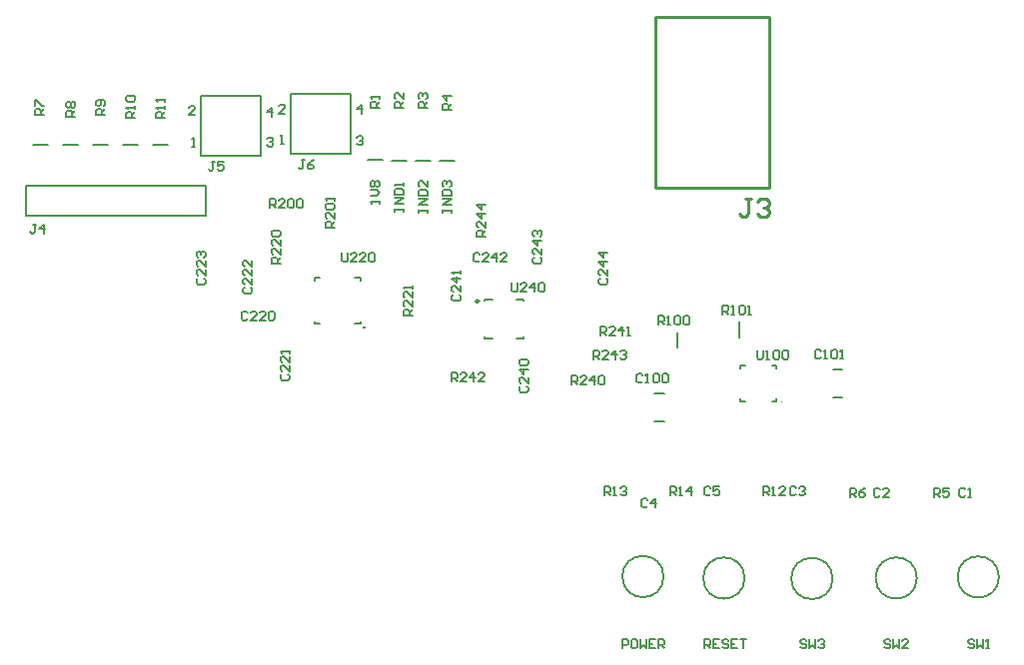
<source format=gto>
G04 Layer_Color=65535*
%FSLAX24Y24*%
%MOIN*%
G70*
G01*
G75*
%ADD35C,0.0100*%
%ADD48C,0.0039*%
%ADD49C,0.0098*%
%ADD50C,0.0050*%
%ADD51C,0.0079*%
%ADD52C,0.0080*%
D35*
X11444Y10760D02*
G03*
X11444Y10760I-14J0D01*
G01*
X21150Y15419D02*
Y21119D01*
Y15419D02*
X24950D01*
Y21119D01*
X21150D02*
X24950D01*
X24350Y15050D02*
X24150D01*
X24250D01*
Y14550D01*
X24150Y14450D01*
X24050D01*
X23950Y14550D01*
X24550Y14950D02*
X24650Y15050D01*
X24850D01*
X24950Y14950D01*
Y14850D01*
X24850Y14750D01*
X24750D01*
X24850D01*
X24950Y14650D01*
Y14550D01*
X24850Y14450D01*
X24650D01*
X24550Y14550D01*
D48*
X25387Y8290D02*
G03*
X25387Y8290I-20J0D01*
G01*
D49*
X15274Y11641D02*
G03*
X15274Y11641I-49J0D01*
G01*
D50*
X32625Y2435D02*
G03*
X32625Y2435I-689J0D01*
G01*
X29889Y2400D02*
G03*
X29889Y2400I-689J0D01*
G01*
X27075Y2385D02*
G03*
X27075Y2385I-689J0D01*
G01*
X24139Y2400D02*
G03*
X24139Y2400I-689J0D01*
G01*
X21439Y2450D02*
G03*
X21439Y2450I-689J0D01*
G01*
X13950Y16335D02*
X14450D01*
X13150D02*
X13650D01*
X12350D02*
X12850D01*
X11550Y16350D02*
X12050D01*
X23400Y11200D02*
Y11500D01*
X23550D01*
X23600Y11450D01*
Y11350D01*
X23550Y11300D01*
X23400D01*
X23500D02*
X23600Y11200D01*
X23700D02*
X23800D01*
X23750D01*
Y11500D01*
X23700Y11450D01*
X23950D02*
X24000Y11500D01*
X24100D01*
X24150Y11450D01*
Y11250D01*
X24100Y11200D01*
X24000D01*
X23950Y11250D01*
Y11450D01*
X24250Y11200D02*
X24350D01*
X24300D01*
Y11500D01*
X24250Y11450D01*
X21250Y10850D02*
Y11150D01*
X21400D01*
X21450Y11100D01*
Y11000D01*
X21400Y10950D01*
X21250D01*
X21350D02*
X21450Y10850D01*
X21550D02*
X21650D01*
X21600D01*
Y11150D01*
X21550Y11100D01*
X21800D02*
X21850Y11150D01*
X21950D01*
X22000Y11100D01*
Y10900D01*
X21950Y10850D01*
X21850D01*
X21800Y10900D01*
Y11100D01*
X22100D02*
X22150Y11150D01*
X22250D01*
X22300Y11100D01*
Y10900D01*
X22250Y10850D01*
X22150D01*
X22100Y10900D01*
Y11100D01*
X22800Y50D02*
Y350D01*
X22950D01*
X23000Y300D01*
Y200D01*
X22950Y150D01*
X22800D01*
X22900D02*
X23000Y50D01*
X23300Y350D02*
X23100D01*
Y50D01*
X23300D01*
X23100Y200D02*
X23200D01*
X23600Y300D02*
X23550Y350D01*
X23450D01*
X23400Y300D01*
Y250D01*
X23450Y200D01*
X23550D01*
X23600Y150D01*
Y100D01*
X23550Y50D01*
X23450D01*
X23400Y100D01*
X23900Y350D02*
X23700D01*
Y50D01*
X23900D01*
X23700Y200D02*
X23800D01*
X24000Y350D02*
X24200D01*
X24100D01*
Y50D01*
X21650Y5150D02*
Y5450D01*
X21800D01*
X21850Y5400D01*
Y5300D01*
X21800Y5250D01*
X21650D01*
X21750D02*
X21850Y5150D01*
X21950D02*
X22050D01*
X22000D01*
Y5450D01*
X21950Y5400D01*
X22350Y5150D02*
Y5450D01*
X22200Y5300D01*
X22400D01*
X19450Y5150D02*
Y5450D01*
X19600D01*
X19650Y5400D01*
Y5300D01*
X19600Y5250D01*
X19450D01*
X19550D02*
X19650Y5150D01*
X19750D02*
X19850D01*
X19800D01*
Y5450D01*
X19750Y5400D01*
X20000D02*
X20050Y5450D01*
X20150D01*
X20200Y5400D01*
Y5350D01*
X20150Y5300D01*
X20100D01*
X20150D01*
X20200Y5250D01*
Y5200D01*
X20150Y5150D01*
X20050D01*
X20000Y5200D01*
X20050Y50D02*
Y350D01*
X20200D01*
X20250Y300D01*
Y200D01*
X20200Y150D01*
X20050D01*
X20500Y350D02*
X20400D01*
X20350Y300D01*
Y100D01*
X20400Y50D01*
X20500D01*
X20550Y100D01*
Y300D01*
X20500Y350D01*
X20650D02*
Y50D01*
X20750Y150D01*
X20850Y50D01*
Y350D01*
X21150D02*
X20950D01*
Y50D01*
X21150D01*
X20950Y200D02*
X21050D01*
X21250Y50D02*
Y350D01*
X21400D01*
X21450Y300D01*
Y200D01*
X21400Y150D01*
X21250D01*
X21350D02*
X21450Y50D01*
X23000Y5400D02*
X22950Y5450D01*
X22850D01*
X22800Y5400D01*
Y5200D01*
X22850Y5150D01*
X22950D01*
X23000Y5200D01*
X23300Y5450D02*
X23100D01*
Y5300D01*
X23200Y5350D01*
X23250D01*
X23300Y5300D01*
Y5200D01*
X23250Y5150D01*
X23150D01*
X23100Y5200D01*
X20900Y5000D02*
X20850Y5050D01*
X20750D01*
X20700Y5000D01*
Y4800D01*
X20750Y4750D01*
X20850D01*
X20900Y4800D01*
X21150Y4750D02*
Y5050D01*
X21000Y4900D01*
X21200D01*
X26200Y300D02*
X26150Y350D01*
X26050D01*
X26000Y300D01*
Y250D01*
X26050Y200D01*
X26150D01*
X26200Y150D01*
Y100D01*
X26150Y50D01*
X26050D01*
X26000Y100D01*
X26300Y350D02*
Y50D01*
X26400Y150D01*
X26500Y50D01*
Y350D01*
X26600Y300D02*
X26650Y350D01*
X26750D01*
X26800Y300D01*
Y250D01*
X26750Y200D01*
X26700D01*
X26750D01*
X26800Y150D01*
Y100D01*
X26750Y50D01*
X26650D01*
X26600Y100D01*
X29000Y300D02*
X28950Y350D01*
X28850D01*
X28800Y300D01*
Y250D01*
X28850Y200D01*
X28950D01*
X29000Y150D01*
Y100D01*
X28950Y50D01*
X28850D01*
X28800Y100D01*
X29100Y350D02*
Y50D01*
X29200Y150D01*
X29300Y50D01*
Y350D01*
X29600Y50D02*
X29400D01*
X29600Y250D01*
Y300D01*
X29550Y350D01*
X29450D01*
X29400Y300D01*
X31800D02*
X31750Y350D01*
X31650D01*
X31600Y300D01*
Y250D01*
X31650Y200D01*
X31750D01*
X31800Y150D01*
Y100D01*
X31750Y50D01*
X31650D01*
X31600Y100D01*
X31900Y350D02*
Y50D01*
X32000Y150D01*
X32100Y50D01*
Y350D01*
X32200Y50D02*
X32300D01*
X32250D01*
Y350D01*
X32200Y300D01*
X24750Y5150D02*
Y5450D01*
X24900D01*
X24950Y5400D01*
Y5300D01*
X24900Y5250D01*
X24750D01*
X24850D02*
X24950Y5150D01*
X25050D02*
X25150D01*
X25100D01*
Y5450D01*
X25050Y5400D01*
X25500Y5150D02*
X25300D01*
X25500Y5350D01*
Y5400D01*
X25450Y5450D01*
X25350D01*
X25300Y5400D01*
X4800Y17750D02*
X4500D01*
Y17900D01*
X4550Y17950D01*
X4650D01*
X4700Y17900D01*
Y17750D01*
Y17850D02*
X4800Y17950D01*
Y18050D02*
Y18150D01*
Y18100D01*
X4500D01*
X4550Y18050D01*
X4800Y18300D02*
Y18400D01*
Y18350D01*
X4500D01*
X4550Y18300D01*
X3800Y17750D02*
X3500D01*
Y17900D01*
X3550Y17950D01*
X3650D01*
X3700Y17900D01*
Y17750D01*
Y17850D02*
X3800Y17950D01*
Y18050D02*
Y18150D01*
Y18100D01*
X3500D01*
X3550Y18050D01*
Y18300D02*
X3500Y18350D01*
Y18450D01*
X3550Y18500D01*
X3750D01*
X3800Y18450D01*
Y18350D01*
X3750Y18300D01*
X3550D01*
X2800Y17850D02*
X2500D01*
Y18000D01*
X2550Y18050D01*
X2650D01*
X2700Y18000D01*
Y17850D01*
Y17950D02*
X2800Y18050D01*
X2750Y18150D02*
X2800Y18200D01*
Y18300D01*
X2750Y18350D01*
X2550D01*
X2500Y18300D01*
Y18200D01*
X2550Y18150D01*
X2600D01*
X2650Y18200D01*
Y18350D01*
X1800Y17800D02*
X1500D01*
Y17950D01*
X1550Y18000D01*
X1650D01*
X1700Y17950D01*
Y17800D01*
Y17900D02*
X1800Y18000D01*
X1550Y18100D02*
X1500Y18150D01*
Y18250D01*
X1550Y18300D01*
X1600D01*
X1650Y18250D01*
X1700Y18300D01*
X1750D01*
X1800Y18250D01*
Y18150D01*
X1750Y18100D01*
X1700D01*
X1650Y18150D01*
X1600Y18100D01*
X1550D01*
X1650Y18150D02*
Y18250D01*
X750Y17850D02*
X450D01*
Y18000D01*
X500Y18050D01*
X600D01*
X650Y18000D01*
Y17850D01*
Y17950D02*
X750Y18050D01*
X450Y18150D02*
Y18350D01*
X500D01*
X700Y18150D01*
X750D01*
X27650Y5100D02*
Y5400D01*
X27800D01*
X27850Y5350D01*
Y5250D01*
X27800Y5200D01*
X27650D01*
X27750D02*
X27850Y5100D01*
X28150Y5400D02*
X28050Y5350D01*
X27950Y5250D01*
Y5150D01*
X28000Y5100D01*
X28100D01*
X28150Y5150D01*
Y5200D01*
X28100Y5250D01*
X27950D01*
X30450Y5100D02*
Y5400D01*
X30600D01*
X30650Y5350D01*
Y5250D01*
X30600Y5200D01*
X30450D01*
X30550D02*
X30650Y5100D01*
X30950Y5400D02*
X30750D01*
Y5250D01*
X30850Y5300D01*
X30900D01*
X30950Y5250D01*
Y5150D01*
X30900Y5100D01*
X30800D01*
X30750Y5150D01*
X14350Y18035D02*
X14050D01*
Y18185D01*
X14100Y18235D01*
X14200D01*
X14250Y18185D01*
Y18035D01*
Y18135D02*
X14350Y18235D01*
Y18485D02*
X14050D01*
X14200Y18335D01*
Y18535D01*
X13550Y18085D02*
X13250D01*
Y18235D01*
X13300Y18285D01*
X13400D01*
X13450Y18235D01*
Y18085D01*
Y18185D02*
X13550Y18285D01*
X13300Y18385D02*
X13250Y18435D01*
Y18535D01*
X13300Y18585D01*
X13350D01*
X13400Y18535D01*
Y18485D01*
Y18535D01*
X13450Y18585D01*
X13500D01*
X13550Y18535D01*
Y18435D01*
X13500Y18385D01*
X12750Y18085D02*
X12450D01*
Y18235D01*
X12500Y18285D01*
X12600D01*
X12650Y18235D01*
Y18085D01*
Y18185D02*
X12750Y18285D01*
Y18585D02*
Y18385D01*
X12550Y18585D01*
X12500D01*
X12450Y18535D01*
Y18435D01*
X12500Y18385D01*
X11950Y18100D02*
X11650D01*
Y18250D01*
X11700Y18300D01*
X11800D01*
X11850Y18250D01*
Y18100D01*
Y18200D02*
X11950Y18300D01*
Y18400D02*
Y18500D01*
Y18450D01*
X11650D01*
X11700Y18400D01*
X500Y14200D02*
X400D01*
X450D01*
Y13950D01*
X400Y13900D01*
X350D01*
X300Y13950D01*
X750Y13900D02*
Y14200D01*
X600Y14050D01*
X800D01*
X14050Y14600D02*
Y14700D01*
Y14650D01*
X14350D01*
Y14600D01*
Y14700D01*
Y14850D02*
X14050D01*
X14350Y15050D01*
X14050D01*
Y15150D02*
X14350D01*
Y15300D01*
X14300Y15350D01*
X14100D01*
X14050Y15300D01*
Y15150D01*
X14100Y15450D02*
X14050Y15500D01*
Y15600D01*
X14100Y15650D01*
X14150D01*
X14200Y15600D01*
Y15550D01*
Y15600D01*
X14250Y15650D01*
X14300D01*
X14350Y15600D01*
Y15500D01*
X14300Y15450D01*
X13250Y14600D02*
Y14700D01*
Y14650D01*
X13550D01*
Y14600D01*
Y14700D01*
Y14850D02*
X13250D01*
X13550Y15050D01*
X13250D01*
Y15150D02*
X13550D01*
Y15300D01*
X13500Y15350D01*
X13300D01*
X13250Y15300D01*
Y15150D01*
X13550Y15650D02*
Y15450D01*
X13350Y15650D01*
X13300D01*
X13250Y15600D01*
Y15500D01*
X13300Y15450D01*
X12450Y14635D02*
Y14735D01*
Y14685D01*
X12750D01*
Y14635D01*
Y14735D01*
Y14885D02*
X12450D01*
X12750Y15085D01*
X12450D01*
Y15185D02*
X12750D01*
Y15335D01*
X12700Y15385D01*
X12500D01*
X12450Y15335D01*
Y15185D01*
X12750Y15485D02*
Y15585D01*
Y15535D01*
X12450D01*
X12500Y15485D01*
X25850Y5400D02*
X25800Y5450D01*
X25700D01*
X25650Y5400D01*
Y5200D01*
X25700Y5150D01*
X25800D01*
X25850Y5200D01*
X25950Y5400D02*
X26000Y5450D01*
X26100D01*
X26150Y5400D01*
Y5350D01*
X26100Y5300D01*
X26050D01*
X26100D01*
X26150Y5250D01*
Y5200D01*
X26100Y5150D01*
X26000D01*
X25950Y5200D01*
X28650Y5350D02*
X28600Y5400D01*
X28500D01*
X28450Y5350D01*
Y5150D01*
X28500Y5100D01*
X28600D01*
X28650Y5150D01*
X28950Y5100D02*
X28750D01*
X28950Y5300D01*
Y5350D01*
X28900Y5400D01*
X28800D01*
X28750Y5350D01*
X31500D02*
X31450Y5400D01*
X31350D01*
X31300Y5350D01*
Y5150D01*
X31350Y5100D01*
X31450D01*
X31500Y5150D01*
X31600Y5100D02*
X31700D01*
X31650D01*
Y5400D01*
X31600Y5350D01*
X11950Y14900D02*
Y15000D01*
Y14950D01*
X11650D01*
X11700Y14900D01*
X11650Y15150D02*
X11850D01*
X11950Y15250D01*
X11850Y15350D01*
X11650D01*
X11700Y15450D02*
X11650Y15500D01*
Y15600D01*
X11700Y15650D01*
X11750D01*
X11800Y15600D01*
X11850Y15650D01*
X11900D01*
X11950Y15600D01*
Y15500D01*
X11900Y15450D01*
X11850D01*
X11800Y15500D01*
X11750Y15450D01*
X11700D01*
X11800Y15500D02*
Y15600D01*
X10700Y13250D02*
Y13000D01*
X10750Y12950D01*
X10850D01*
X10900Y13000D01*
Y13250D01*
X11200Y12950D02*
X11000D01*
X11200Y13150D01*
Y13200D01*
X11150Y13250D01*
X11050D01*
X11000Y13200D01*
X11500Y12950D02*
X11300D01*
X11500Y13150D01*
Y13200D01*
X11450Y13250D01*
X11350D01*
X11300Y13200D01*
X11600D02*
X11650Y13250D01*
X11750D01*
X11800Y13200D01*
Y13000D01*
X11750Y12950D01*
X11650D01*
X11600Y13000D01*
Y13200D01*
X15500Y13800D02*
X15200D01*
Y13950D01*
X15250Y14000D01*
X15350D01*
X15400Y13950D01*
Y13800D01*
Y13900D02*
X15500Y14000D01*
Y14300D02*
Y14100D01*
X15300Y14300D01*
X15250D01*
X15200Y14250D01*
Y14150D01*
X15250Y14100D01*
X15500Y14550D02*
X15200D01*
X15350Y14400D01*
Y14600D01*
X15500Y14850D02*
X15200D01*
X15350Y14700D01*
Y14900D01*
X13050Y11147D02*
X12750D01*
Y11297D01*
X12800Y11347D01*
X12900D01*
X12950Y11297D01*
Y11147D01*
Y11247D02*
X13050Y11347D01*
Y11647D02*
Y11447D01*
X12850Y11647D01*
X12800D01*
X12750Y11597D01*
Y11497D01*
X12800Y11447D01*
X13050Y11947D02*
Y11747D01*
X12850Y11947D01*
X12800D01*
X12750Y11897D01*
Y11797D01*
X12800Y11747D01*
X13050Y12047D02*
Y12147D01*
Y12097D01*
X12750D01*
X12800Y12047D01*
X24550Y10000D02*
Y9750D01*
X24600Y9700D01*
X24700D01*
X24750Y9750D01*
Y10000D01*
X24850Y9700D02*
X24950D01*
X24900D01*
Y10000D01*
X24850Y9950D01*
X25100D02*
X25150Y10000D01*
X25250D01*
X25300Y9950D01*
Y9750D01*
X25250Y9700D01*
X25150D01*
X25100Y9750D01*
Y9950D01*
X25400D02*
X25450Y10000D01*
X25550D01*
X25600Y9950D01*
Y9750D01*
X25550Y9700D01*
X25450D01*
X25400Y9750D01*
Y9950D01*
X26690Y9970D02*
X26640Y10020D01*
X26540D01*
X26490Y9970D01*
Y9770D01*
X26540Y9720D01*
X26640D01*
X26690Y9770D01*
X26790Y9720D02*
X26890D01*
X26840D01*
Y10020D01*
X26790Y9970D01*
X27040D02*
X27090Y10020D01*
X27190D01*
X27240Y9970D01*
Y9770D01*
X27190Y9720D01*
X27090D01*
X27040Y9770D01*
Y9970D01*
X27340Y9720D02*
X27440D01*
X27390D01*
Y10020D01*
X27340Y9970D01*
X20740Y9170D02*
X20690Y9220D01*
X20590D01*
X20540Y9170D01*
Y8970D01*
X20590Y8920D01*
X20690D01*
X20740Y8970D01*
X20840Y8920D02*
X20940D01*
X20890D01*
Y9220D01*
X20840Y9170D01*
X21090D02*
X21140Y9220D01*
X21240D01*
X21290Y9170D01*
Y8970D01*
X21240Y8920D01*
X21140D01*
X21090Y8970D01*
Y9170D01*
X21390D02*
X21440Y9220D01*
X21540D01*
X21590Y9170D01*
Y8970D01*
X21540Y8920D01*
X21440D01*
X21390Y8970D01*
Y9170D01*
X7550Y11250D02*
X7500Y11300D01*
X7400D01*
X7350Y11250D01*
Y11050D01*
X7400Y11000D01*
X7500D01*
X7550Y11050D01*
X7850Y11000D02*
X7650D01*
X7850Y11200D01*
Y11250D01*
X7800Y11300D01*
X7700D01*
X7650Y11250D01*
X8150Y11000D02*
X7950D01*
X8150Y11200D01*
Y11250D01*
X8100Y11300D01*
X8000D01*
X7950Y11250D01*
X8250D02*
X8300Y11300D01*
X8400D01*
X8450Y11250D01*
Y11050D01*
X8400Y11000D01*
X8300D01*
X8250Y11050D01*
Y11250D01*
X8700Y9200D02*
X8650Y9150D01*
Y9050D01*
X8700Y9000D01*
X8900D01*
X8950Y9050D01*
Y9150D01*
X8900Y9200D01*
X8950Y9500D02*
Y9300D01*
X8750Y9500D01*
X8700D01*
X8650Y9450D01*
Y9350D01*
X8700Y9300D01*
X8950Y9800D02*
Y9600D01*
X8750Y9800D01*
X8700D01*
X8650Y9750D01*
Y9650D01*
X8700Y9600D01*
X8950Y9900D02*
Y10000D01*
Y9950D01*
X8650D01*
X8700Y9900D01*
X7450Y12100D02*
X7400Y12050D01*
Y11950D01*
X7450Y11900D01*
X7650D01*
X7700Y11950D01*
Y12050D01*
X7650Y12100D01*
X7700Y12400D02*
Y12200D01*
X7500Y12400D01*
X7450D01*
X7400Y12350D01*
Y12250D01*
X7450Y12200D01*
X7700Y12700D02*
Y12500D01*
X7500Y12700D01*
X7450D01*
X7400Y12650D01*
Y12550D01*
X7450Y12500D01*
X7700Y13000D02*
Y12800D01*
X7500Y13000D01*
X7450D01*
X7400Y12950D01*
Y12850D01*
X7450Y12800D01*
X5900Y12400D02*
X5850Y12350D01*
Y12250D01*
X5900Y12200D01*
X6100D01*
X6150Y12250D01*
Y12350D01*
X6100Y12400D01*
X6150Y12700D02*
Y12500D01*
X5950Y12700D01*
X5900D01*
X5850Y12650D01*
Y12550D01*
X5900Y12500D01*
X6150Y13000D02*
Y12800D01*
X5950Y13000D01*
X5900D01*
X5850Y12950D01*
Y12850D01*
X5900Y12800D01*
Y13100D02*
X5850Y13150D01*
Y13250D01*
X5900Y13300D01*
X5950D01*
X6000Y13250D01*
Y13200D01*
Y13250D01*
X6050Y13300D01*
X6100D01*
X6150Y13250D01*
Y13150D01*
X6100Y13100D01*
X16680Y8800D02*
X16630Y8750D01*
Y8650D01*
X16680Y8600D01*
X16880D01*
X16930Y8650D01*
Y8750D01*
X16880Y8800D01*
X16930Y9100D02*
Y8900D01*
X16730Y9100D01*
X16680D01*
X16630Y9050D01*
Y8950D01*
X16680Y8900D01*
X16930Y9350D02*
X16630D01*
X16780Y9200D01*
Y9400D01*
X16680Y9500D02*
X16630Y9550D01*
Y9650D01*
X16680Y9700D01*
X16880D01*
X16930Y9650D01*
Y9550D01*
X16880Y9500D01*
X16680D01*
X14430Y11853D02*
X14380Y11803D01*
Y11703D01*
X14430Y11653D01*
X14630D01*
X14680Y11703D01*
Y11803D01*
X14630Y11853D01*
X14680Y12153D02*
Y11953D01*
X14480Y12153D01*
X14430D01*
X14380Y12103D01*
Y12003D01*
X14430Y11953D01*
X14680Y12403D02*
X14380D01*
X14530Y12253D01*
Y12453D01*
X14680Y12553D02*
Y12653D01*
Y12603D01*
X14380D01*
X14430Y12553D01*
X15310Y13210D02*
X15260Y13260D01*
X15160D01*
X15110Y13210D01*
Y13010D01*
X15160Y12960D01*
X15260D01*
X15310Y13010D01*
X15610Y12960D02*
X15410D01*
X15610Y13160D01*
Y13210D01*
X15560Y13260D01*
X15460D01*
X15410Y13210D01*
X15860Y12960D02*
Y13260D01*
X15710Y13110D01*
X15910D01*
X16210Y12960D02*
X16010D01*
X16210Y13160D01*
Y13210D01*
X16160Y13260D01*
X16060D01*
X16010Y13210D01*
X17130Y13097D02*
X17080Y13047D01*
Y12947D01*
X17130Y12897D01*
X17330D01*
X17380Y12947D01*
Y13047D01*
X17330Y13097D01*
X17380Y13397D02*
Y13197D01*
X17180Y13397D01*
X17130D01*
X17080Y13347D01*
Y13247D01*
X17130Y13197D01*
X17380Y13647D02*
X17080D01*
X17230Y13497D01*
Y13697D01*
X17130Y13797D02*
X17080Y13847D01*
Y13947D01*
X17130Y13996D01*
X17180D01*
X17230Y13947D01*
Y13897D01*
Y13947D01*
X17280Y13996D01*
X17330D01*
X17380Y13947D01*
Y13847D01*
X17330Y13797D01*
X19330Y12400D02*
X19280Y12350D01*
Y12250D01*
X19330Y12200D01*
X19530D01*
X19580Y12250D01*
Y12350D01*
X19530Y12400D01*
X19580Y12700D02*
Y12500D01*
X19380Y12700D01*
X19330D01*
X19280Y12650D01*
Y12550D01*
X19330Y12500D01*
X19580Y12950D02*
X19280D01*
X19430Y12800D01*
Y13000D01*
X19580Y13250D02*
X19280D01*
X19430Y13100D01*
Y13300D01*
X8300Y14750D02*
Y15050D01*
X8450D01*
X8500Y15000D01*
Y14900D01*
X8450Y14850D01*
X8300D01*
X8400D02*
X8500Y14750D01*
X8800D02*
X8600D01*
X8800Y14950D01*
Y15000D01*
X8750Y15050D01*
X8650D01*
X8600Y15000D01*
X8900D02*
X8950Y15050D01*
X9050D01*
X9100Y15000D01*
Y14800D01*
X9050Y14750D01*
X8950D01*
X8900Y14800D01*
Y15000D01*
X9200D02*
X9250Y15050D01*
X9350D01*
X9400Y15000D01*
Y14800D01*
X9350Y14750D01*
X9250D01*
X9200Y14800D01*
Y15000D01*
X10450Y14100D02*
X10150D01*
Y14250D01*
X10200Y14300D01*
X10300D01*
X10350Y14250D01*
Y14100D01*
Y14200D02*
X10450Y14300D01*
Y14600D02*
Y14400D01*
X10250Y14600D01*
X10200D01*
X10150Y14550D01*
Y14450D01*
X10200Y14400D01*
Y14700D02*
X10150Y14750D01*
Y14850D01*
X10200Y14900D01*
X10400D01*
X10450Y14850D01*
Y14750D01*
X10400Y14700D01*
X10200D01*
X10450Y15000D02*
Y15100D01*
Y15050D01*
X10150D01*
X10200Y15000D01*
X8650Y12900D02*
X8350D01*
Y13050D01*
X8400Y13100D01*
X8500D01*
X8550Y13050D01*
Y12900D01*
Y13000D02*
X8650Y13100D01*
Y13400D02*
Y13200D01*
X8450Y13400D01*
X8400D01*
X8350Y13350D01*
Y13250D01*
X8400Y13200D01*
X8650Y13700D02*
Y13500D01*
X8450Y13700D01*
X8400D01*
X8350Y13650D01*
Y13550D01*
X8400Y13500D01*
Y13800D02*
X8350Y13850D01*
Y13950D01*
X8400Y14000D01*
X8600D01*
X8650Y13950D01*
Y13850D01*
X8600Y13800D01*
X8400D01*
X18380Y8850D02*
Y9150D01*
X18530D01*
X18580Y9100D01*
Y9000D01*
X18530Y8950D01*
X18380D01*
X18480D02*
X18580Y8850D01*
X18880D02*
X18680D01*
X18880Y9050D01*
Y9100D01*
X18830Y9150D01*
X18730D01*
X18680Y9100D01*
X19130Y8850D02*
Y9150D01*
X18980Y9000D01*
X19180D01*
X19280Y9100D02*
X19330Y9150D01*
X19430D01*
X19480Y9100D01*
Y8900D01*
X19430Y8850D01*
X19330D01*
X19280Y8900D01*
Y9100D01*
X19327Y10500D02*
Y10800D01*
X19477D01*
X19527Y10750D01*
Y10650D01*
X19477Y10600D01*
X19327D01*
X19427D02*
X19527Y10500D01*
X19827D02*
X19627D01*
X19827Y10700D01*
Y10750D01*
X19777Y10800D01*
X19677D01*
X19627Y10750D01*
X20077Y10500D02*
Y10800D01*
X19927Y10650D01*
X20127D01*
X20227Y10500D02*
X20327D01*
X20277D01*
Y10800D01*
X20227Y10750D01*
X14350Y8950D02*
Y9250D01*
X14500D01*
X14550Y9200D01*
Y9100D01*
X14500Y9050D01*
X14350D01*
X14450D02*
X14550Y8950D01*
X14850D02*
X14650D01*
X14850Y9150D01*
Y9200D01*
X14800Y9250D01*
X14700D01*
X14650Y9200D01*
X15100Y8950D02*
Y9250D01*
X14950Y9100D01*
X15150D01*
X15450Y8950D02*
X15250D01*
X15450Y9150D01*
Y9200D01*
X15400Y9250D01*
X15300D01*
X15250Y9200D01*
X19083Y9700D02*
Y10000D01*
X19233D01*
X19283Y9950D01*
Y9850D01*
X19233Y9800D01*
X19083D01*
X19183D02*
X19283Y9700D01*
X19583D02*
X19383D01*
X19583Y9900D01*
Y9950D01*
X19533Y10000D01*
X19433D01*
X19383Y9950D01*
X19833Y9700D02*
Y10000D01*
X19683Y9850D01*
X19883D01*
X19983Y9950D02*
X20033Y10000D01*
X20133D01*
X20183Y9950D01*
Y9900D01*
X20133Y9850D01*
X20083D01*
X20133D01*
X20183Y9800D01*
Y9750D01*
X20133Y9700D01*
X20033D01*
X19983Y9750D01*
X16380Y12250D02*
Y12000D01*
X16430Y11950D01*
X16530D01*
X16580Y12000D01*
Y12250D01*
X16880Y11950D02*
X16680D01*
X16880Y12150D01*
Y12200D01*
X16830Y12250D01*
X16730D01*
X16680Y12200D01*
X17130Y11950D02*
Y12250D01*
X16980Y12100D01*
X17180D01*
X17280Y12200D02*
X17330Y12250D01*
X17430D01*
X17480Y12200D01*
Y12000D01*
X17430Y11950D01*
X17330D01*
X17280Y12000D01*
Y12200D01*
X6450Y16300D02*
X6350D01*
X6400D01*
Y16050D01*
X6350Y16000D01*
X6300D01*
X6250Y16050D01*
X6750Y16300D02*
X6550D01*
Y16150D01*
X6650Y16200D01*
X6700D01*
X6750Y16150D01*
Y16050D01*
X6700Y16000D01*
X6600D01*
X6550Y16050D01*
X9450Y16350D02*
X9350D01*
X9400D01*
Y16100D01*
X9350Y16050D01*
X9300D01*
X9250Y16100D01*
X9750Y16350D02*
X9650Y16300D01*
X9550Y16200D01*
Y16100D01*
X9600Y16050D01*
X9700D01*
X9750Y16100D01*
Y16150D01*
X9700Y16200D01*
X9550D01*
D51*
X25210Y8290D02*
Y8398D01*
Y9402D02*
Y9510D01*
X23990Y8290D02*
Y8398D01*
Y9402D02*
Y9510D01*
X25053Y8290D02*
X25210D01*
X23990D02*
X24147D01*
X25053Y9510D02*
X25210D01*
X23990D02*
X24147D01*
X4394Y16850D02*
X4906D01*
X3394D02*
X3906D01*
X2394D02*
X2906D01*
X1394D02*
X1906D01*
X394D02*
X906D01*
X27093Y9372D02*
X27407D01*
X27093Y8428D02*
X27407D01*
X21143Y7628D02*
X21457D01*
X21143Y8572D02*
X21457D01*
X15480Y10400D02*
X15726D01*
X15480D02*
Y10450D01*
X16534Y10400D02*
X16780D01*
Y10450D01*
Y11650D02*
Y11700D01*
X16534D02*
X16780D01*
X15480D02*
X15726D01*
X15480Y11650D02*
Y11700D01*
X11318Y12339D02*
Y12418D01*
X11141D02*
X11318D01*
Y10882D02*
Y10961D01*
X11141Y10882D02*
X11318D01*
X9782Y12339D02*
Y12418D01*
X9959D01*
X9782Y10882D02*
Y10961D01*
Y10882D02*
X9959D01*
X21900Y10094D02*
Y10606D01*
X23950Y10444D02*
Y10956D01*
X150Y14500D02*
Y15500D01*
X6150Y14500D02*
Y15500D01*
X150Y14500D02*
X6150D01*
X150Y15500D02*
X6150D01*
X9000Y16550D02*
X11000D01*
Y18550D01*
X9000Y16550D02*
Y18550D01*
X11000D01*
X6000Y16500D02*
X8000D01*
Y18500D01*
X6000Y16500D02*
Y18500D01*
X8000D01*
D52*
X11200Y17100D02*
X11250Y17150D01*
X11350D01*
X11400Y17100D01*
Y17050D01*
X11350Y17000D01*
X11300D01*
X11350D01*
X11400Y16950D01*
Y16900D01*
X11350Y16850D01*
X11250D01*
X11200Y16900D01*
X11350Y17900D02*
Y18200D01*
X11200Y18050D01*
X11400D01*
X8800Y17900D02*
X8600D01*
X8800Y18100D01*
Y18150D01*
X8750Y18200D01*
X8650D01*
X8600Y18150D01*
X8650Y16900D02*
X8750D01*
X8700D01*
Y17200D01*
X8650Y17150D01*
X8200Y17050D02*
X8250Y17100D01*
X8350D01*
X8400Y17050D01*
Y17000D01*
X8350Y16950D01*
X8300D01*
X8350D01*
X8400Y16900D01*
Y16850D01*
X8350Y16800D01*
X8250D01*
X8200Y16850D01*
X8350Y17800D02*
Y18100D01*
X8200Y17950D01*
X8400D01*
X5800Y17850D02*
X5600D01*
X5800Y18050D01*
Y18100D01*
X5750Y18150D01*
X5650D01*
X5600Y18100D01*
X5700Y16800D02*
X5800D01*
X5750D01*
Y17100D01*
X5700Y17050D01*
M02*

</source>
